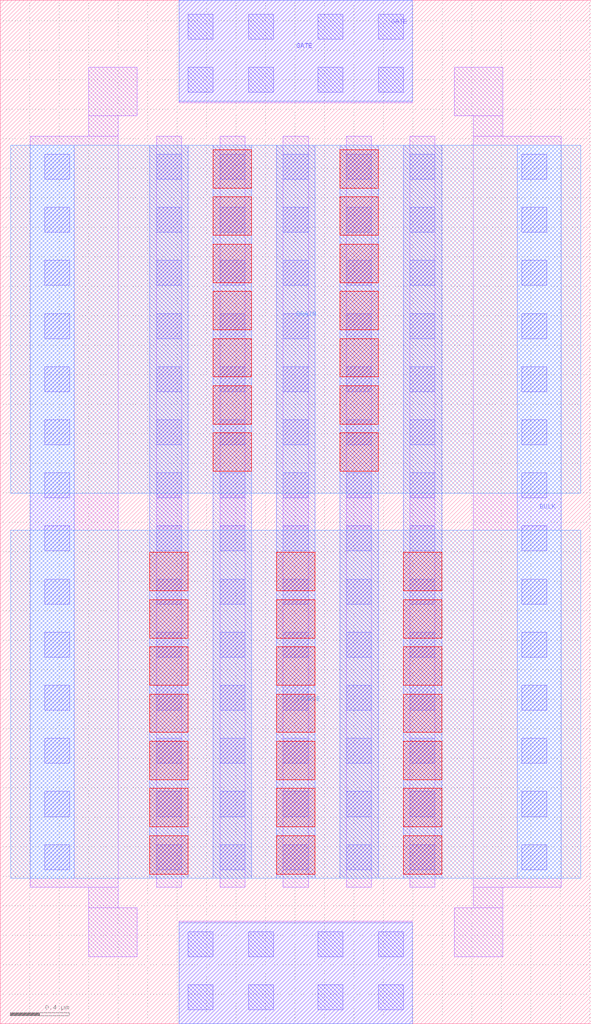
<source format=lef>
# Copyright 2020 The SkyWater PDK Authors
#
# Licensed under the Apache License, Version 2.0 (the "License");
# you may not use this file except in compliance with the License.
# You may obtain a copy of the License at
#
#     https://www.apache.org/licenses/LICENSE-2.0
#
# Unless required by applicable law or agreed to in writing, software
# distributed under the License is distributed on an "AS IS" BASIS,
# WITHOUT WARRANTIES OR CONDITIONS OF ANY KIND, either express or implied.
# See the License for the specific language governing permissions and
# limitations under the License.
#
# SPDX-License-Identifier: Apache-2.0

VERSION 5.7 ;
  NOWIREEXTENSIONATPIN ON ;
  DIVIDERCHAR "/" ;
  BUSBITCHARS "[]" ;
MACRO sky130_fd_pr__rf_pfet_01v8_bM04W5p00L0p15
  CLASS BLOCK ;
  FOREIGN sky130_fd_pr__rf_pfet_01v8_bM04W5p00L0p15 ;
  ORIGIN  0.000000  0.000000 ;
  SIZE  4.010000 BY  6.940000 ;
  PIN BULK
    ANTENNADIFFAREA  6.565000 ;
    ANTENNAGATEAREA  1.515000 ;
    PORT
      LAYER met1 ;
        RECT 0.205000 0.985000 0.500000 5.955000 ;
        RECT 3.510000 0.985000 3.805000 5.955000 ;
    END
  END BULK
  PIN DRAIN
    ANTENNADIFFAREA  2.828000 ;
    PORT
      LAYER met2 ;
        RECT 0.070000 3.595000 3.940000 5.955000 ;
    END
  END DRAIN
  PIN GATE
    ANTENNAGATEAREA  3.030000 ;
    PORT
      LAYER li1 ;
        RECT 1.215000 0.000000 2.795000 0.695000 ;
        RECT 1.215000 6.245000 2.795000 6.940000 ;
      LAYER mcon ;
        RECT 1.275000 0.095000 1.445000 0.265000 ;
        RECT 1.275000 0.455000 1.445000 0.625000 ;
        RECT 1.275000 6.315000 1.445000 6.485000 ;
        RECT 1.275000 6.675000 1.445000 6.845000 ;
        RECT 1.685000 0.095000 1.855000 0.265000 ;
        RECT 1.685000 0.455000 1.855000 0.625000 ;
        RECT 1.685000 6.315000 1.855000 6.485000 ;
        RECT 1.685000 6.675000 1.855000 6.845000 ;
        RECT 2.155000 0.095000 2.325000 0.265000 ;
        RECT 2.155000 0.455000 2.325000 0.625000 ;
        RECT 2.155000 6.315000 2.325000 6.485000 ;
        RECT 2.155000 6.675000 2.325000 6.845000 ;
        RECT 2.565000 0.095000 2.735000 0.265000 ;
        RECT 2.565000 0.455000 2.735000 0.625000 ;
        RECT 2.565000 6.315000 2.735000 6.485000 ;
        RECT 2.565000 6.675000 2.735000 6.845000 ;
    END
    PORT
      LAYER met1 ;
        RECT 1.215000 0.000000 2.795000 0.685000 ;
        RECT 1.215000 6.255000 2.795000 6.940000 ;
    END
  END GATE
  PIN SOURCE
    ANTENNADIFFAREA  4.242000 ;
    PORT
      LAYER met2 ;
        RECT 0.070000 0.985000 3.940000 3.345000 ;
    END
  END SOURCE
  OBS
    LAYER li1 ;
      RECT 0.205000 0.925000 0.800000 6.015000 ;
      RECT 0.600000 0.455000 0.930000 0.785000 ;
      RECT 0.600000 0.785000 0.800000 0.925000 ;
      RECT 0.600000 6.015000 0.800000 6.155000 ;
      RECT 0.600000 6.155000 0.930000 6.485000 ;
      RECT 1.060000 0.925000 1.230000 6.015000 ;
      RECT 1.490000 0.925000 1.660000 6.015000 ;
      RECT 1.920000 0.925000 2.090000 6.015000 ;
      RECT 2.350000 0.925000 2.520000 6.015000 ;
      RECT 2.780000 0.925000 2.950000 6.015000 ;
      RECT 3.080000 0.455000 3.410000 0.785000 ;
      RECT 3.080000 6.155000 3.410000 6.485000 ;
      RECT 3.210000 0.785000 3.410000 0.925000 ;
      RECT 3.210000 0.925000 3.805000 6.015000 ;
      RECT 3.210000 6.015000 3.410000 6.155000 ;
    LAYER mcon ;
      RECT 0.300000 1.045000 0.470000 1.215000 ;
      RECT 0.300000 1.405000 0.470000 1.575000 ;
      RECT 0.300000 1.765000 0.470000 1.935000 ;
      RECT 0.300000 2.125000 0.470000 2.295000 ;
      RECT 0.300000 2.485000 0.470000 2.655000 ;
      RECT 0.300000 2.845000 0.470000 3.015000 ;
      RECT 0.300000 3.205000 0.470000 3.375000 ;
      RECT 0.300000 3.565000 0.470000 3.735000 ;
      RECT 0.300000 3.925000 0.470000 4.095000 ;
      RECT 0.300000 4.285000 0.470000 4.455000 ;
      RECT 0.300000 4.645000 0.470000 4.815000 ;
      RECT 0.300000 5.005000 0.470000 5.175000 ;
      RECT 0.300000 5.365000 0.470000 5.535000 ;
      RECT 0.300000 5.725000 0.470000 5.895000 ;
      RECT 1.060000 1.045000 1.230000 1.215000 ;
      RECT 1.060000 1.405000 1.230000 1.575000 ;
      RECT 1.060000 1.765000 1.230000 1.935000 ;
      RECT 1.060000 2.125000 1.230000 2.295000 ;
      RECT 1.060000 2.485000 1.230000 2.655000 ;
      RECT 1.060000 2.845000 1.230000 3.015000 ;
      RECT 1.060000 3.205000 1.230000 3.375000 ;
      RECT 1.060000 3.565000 1.230000 3.735000 ;
      RECT 1.060000 3.925000 1.230000 4.095000 ;
      RECT 1.060000 4.285000 1.230000 4.455000 ;
      RECT 1.060000 4.645000 1.230000 4.815000 ;
      RECT 1.060000 5.005000 1.230000 5.175000 ;
      RECT 1.060000 5.365000 1.230000 5.535000 ;
      RECT 1.060000 5.725000 1.230000 5.895000 ;
      RECT 1.490000 1.045000 1.660000 1.215000 ;
      RECT 1.490000 1.405000 1.660000 1.575000 ;
      RECT 1.490000 1.765000 1.660000 1.935000 ;
      RECT 1.490000 2.125000 1.660000 2.295000 ;
      RECT 1.490000 2.485000 1.660000 2.655000 ;
      RECT 1.490000 2.845000 1.660000 3.015000 ;
      RECT 1.490000 3.205000 1.660000 3.375000 ;
      RECT 1.490000 3.565000 1.660000 3.735000 ;
      RECT 1.490000 3.925000 1.660000 4.095000 ;
      RECT 1.490000 4.285000 1.660000 4.455000 ;
      RECT 1.490000 4.645000 1.660000 4.815000 ;
      RECT 1.490000 5.005000 1.660000 5.175000 ;
      RECT 1.490000 5.365000 1.660000 5.535000 ;
      RECT 1.490000 5.725000 1.660000 5.895000 ;
      RECT 1.920000 1.045000 2.090000 1.215000 ;
      RECT 1.920000 1.405000 2.090000 1.575000 ;
      RECT 1.920000 1.765000 2.090000 1.935000 ;
      RECT 1.920000 2.125000 2.090000 2.295000 ;
      RECT 1.920000 2.485000 2.090000 2.655000 ;
      RECT 1.920000 2.845000 2.090000 3.015000 ;
      RECT 1.920000 3.205000 2.090000 3.375000 ;
      RECT 1.920000 3.565000 2.090000 3.735000 ;
      RECT 1.920000 3.925000 2.090000 4.095000 ;
      RECT 1.920000 4.285000 2.090000 4.455000 ;
      RECT 1.920000 4.645000 2.090000 4.815000 ;
      RECT 1.920000 5.005000 2.090000 5.175000 ;
      RECT 1.920000 5.365000 2.090000 5.535000 ;
      RECT 1.920000 5.725000 2.090000 5.895000 ;
      RECT 2.350000 1.045000 2.520000 1.215000 ;
      RECT 2.350000 1.405000 2.520000 1.575000 ;
      RECT 2.350000 1.765000 2.520000 1.935000 ;
      RECT 2.350000 2.125000 2.520000 2.295000 ;
      RECT 2.350000 2.485000 2.520000 2.655000 ;
      RECT 2.350000 2.845000 2.520000 3.015000 ;
      RECT 2.350000 3.205000 2.520000 3.375000 ;
      RECT 2.350000 3.565000 2.520000 3.735000 ;
      RECT 2.350000 3.925000 2.520000 4.095000 ;
      RECT 2.350000 4.285000 2.520000 4.455000 ;
      RECT 2.350000 4.645000 2.520000 4.815000 ;
      RECT 2.350000 5.005000 2.520000 5.175000 ;
      RECT 2.350000 5.365000 2.520000 5.535000 ;
      RECT 2.350000 5.725000 2.520000 5.895000 ;
      RECT 2.780000 1.045000 2.950000 1.215000 ;
      RECT 2.780000 1.405000 2.950000 1.575000 ;
      RECT 2.780000 1.765000 2.950000 1.935000 ;
      RECT 2.780000 2.125000 2.950000 2.295000 ;
      RECT 2.780000 2.485000 2.950000 2.655000 ;
      RECT 2.780000 2.845000 2.950000 3.015000 ;
      RECT 2.780000 3.205000 2.950000 3.375000 ;
      RECT 2.780000 3.565000 2.950000 3.735000 ;
      RECT 2.780000 3.925000 2.950000 4.095000 ;
      RECT 2.780000 4.285000 2.950000 4.455000 ;
      RECT 2.780000 4.645000 2.950000 4.815000 ;
      RECT 2.780000 5.005000 2.950000 5.175000 ;
      RECT 2.780000 5.365000 2.950000 5.535000 ;
      RECT 2.780000 5.725000 2.950000 5.895000 ;
      RECT 3.540000 1.045000 3.710000 1.215000 ;
      RECT 3.540000 1.405000 3.710000 1.575000 ;
      RECT 3.540000 1.765000 3.710000 1.935000 ;
      RECT 3.540000 2.125000 3.710000 2.295000 ;
      RECT 3.540000 2.485000 3.710000 2.655000 ;
      RECT 3.540000 2.845000 3.710000 3.015000 ;
      RECT 3.540000 3.205000 3.710000 3.375000 ;
      RECT 3.540000 3.565000 3.710000 3.735000 ;
      RECT 3.540000 3.925000 3.710000 4.095000 ;
      RECT 3.540000 4.285000 3.710000 4.455000 ;
      RECT 3.540000 4.645000 3.710000 4.815000 ;
      RECT 3.540000 5.005000 3.710000 5.175000 ;
      RECT 3.540000 5.365000 3.710000 5.535000 ;
      RECT 3.540000 5.725000 3.710000 5.895000 ;
    LAYER met1 ;
      RECT 1.015000 0.985000 1.275000 5.955000 ;
      RECT 1.445000 0.985000 1.705000 5.955000 ;
      RECT 1.875000 0.985000 2.135000 5.955000 ;
      RECT 2.305000 0.985000 2.565000 5.955000 ;
      RECT 2.735000 0.985000 2.995000 5.955000 ;
    LAYER via ;
      RECT 1.015000 1.015000 1.275000 1.275000 ;
      RECT 1.015000 1.335000 1.275000 1.595000 ;
      RECT 1.015000 1.655000 1.275000 1.915000 ;
      RECT 1.015000 1.975000 1.275000 2.235000 ;
      RECT 1.015000 2.295000 1.275000 2.555000 ;
      RECT 1.015000 2.615000 1.275000 2.875000 ;
      RECT 1.015000 2.935000 1.275000 3.195000 ;
      RECT 1.445000 3.745000 1.705000 4.005000 ;
      RECT 1.445000 4.065000 1.705000 4.325000 ;
      RECT 1.445000 4.385000 1.705000 4.645000 ;
      RECT 1.445000 4.705000 1.705000 4.965000 ;
      RECT 1.445000 5.025000 1.705000 5.285000 ;
      RECT 1.445000 5.345000 1.705000 5.605000 ;
      RECT 1.445000 5.665000 1.705000 5.925000 ;
      RECT 1.875000 1.015000 2.135000 1.275000 ;
      RECT 1.875000 1.335000 2.135000 1.595000 ;
      RECT 1.875000 1.655000 2.135000 1.915000 ;
      RECT 1.875000 1.975000 2.135000 2.235000 ;
      RECT 1.875000 2.295000 2.135000 2.555000 ;
      RECT 1.875000 2.615000 2.135000 2.875000 ;
      RECT 1.875000 2.935000 2.135000 3.195000 ;
      RECT 2.305000 3.745000 2.565000 4.005000 ;
      RECT 2.305000 4.065000 2.565000 4.325000 ;
      RECT 2.305000 4.385000 2.565000 4.645000 ;
      RECT 2.305000 4.705000 2.565000 4.965000 ;
      RECT 2.305000 5.025000 2.565000 5.285000 ;
      RECT 2.305000 5.345000 2.565000 5.605000 ;
      RECT 2.305000 5.665000 2.565000 5.925000 ;
      RECT 2.735000 1.015000 2.995000 1.275000 ;
      RECT 2.735000 1.335000 2.995000 1.595000 ;
      RECT 2.735000 1.655000 2.995000 1.915000 ;
      RECT 2.735000 1.975000 2.995000 2.235000 ;
      RECT 2.735000 2.295000 2.995000 2.555000 ;
      RECT 2.735000 2.615000 2.995000 2.875000 ;
      RECT 2.735000 2.935000 2.995000 3.195000 ;
  END
END sky130_fd_pr__rf_pfet_01v8_bM04W5p00L0p15
END LIBRARY

</source>
